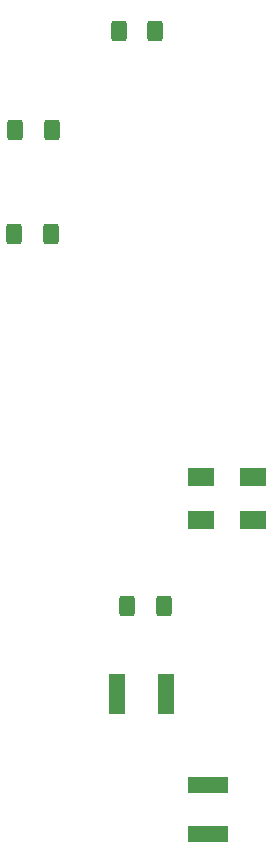
<source format=gbp>
%TF.GenerationSoftware,KiCad,Pcbnew,8.0.5*%
%TF.CreationDate,2024-12-19T23:12:18-05:00*%
%TF.ProjectId,LCC-Pico-Stepper_v2_4,4c43432d-5069-4636-9f2d-537465707065,rev?*%
%TF.SameCoordinates,Original*%
%TF.FileFunction,Paste,Bot*%
%TF.FilePolarity,Positive*%
%FSLAX46Y46*%
G04 Gerber Fmt 4.6, Leading zero omitted, Abs format (unit mm)*
G04 Created by KiCad (PCBNEW 8.0.5) date 2024-12-19 23:12:18*
%MOMM*%
%LPD*%
G01*
G04 APERTURE LIST*
G04 Aperture macros list*
%AMRoundRect*
0 Rectangle with rounded corners*
0 $1 Rounding radius*
0 $2 $3 $4 $5 $6 $7 $8 $9 X,Y pos of 4 corners*
0 Add a 4 corners polygon primitive as box body*
4,1,4,$2,$3,$4,$5,$6,$7,$8,$9,$2,$3,0*
0 Add four circle primitives for the rounded corners*
1,1,$1+$1,$2,$3*
1,1,$1+$1,$4,$5*
1,1,$1+$1,$6,$7*
1,1,$1+$1,$8,$9*
0 Add four rect primitives between the rounded corners*
20,1,$1+$1,$2,$3,$4,$5,0*
20,1,$1+$1,$4,$5,$6,$7,0*
20,1,$1+$1,$6,$7,$8,$9,0*
20,1,$1+$1,$8,$9,$2,$3,0*%
G04 Aperture macros list end*
%ADD10RoundRect,0.250000X-0.400000X-0.625000X0.400000X-0.625000X0.400000X0.625000X-0.400000X0.625000X0*%
%ADD11RoundRect,0.250000X0.400000X0.625000X-0.400000X0.625000X-0.400000X-0.625000X0.400000X-0.625000X0*%
%ADD12R,1.320000X3.430000*%
%ADD13R,2.300000X1.600000*%
%ADD14R,3.430000X1.320000*%
G04 APERTURE END LIST*
D10*
X108100000Y-75000000D03*
X111200000Y-75000000D03*
D11*
X120750000Y-106512500D03*
X117650000Y-106512500D03*
D10*
X108200000Y-66200000D03*
X111300000Y-66200000D03*
X116950000Y-57800000D03*
X120050000Y-57800000D03*
D12*
X120960000Y-113900000D03*
X116840000Y-113900000D03*
D13*
X128300000Y-95600000D03*
X123900000Y-95600000D03*
D14*
X124500000Y-121640000D03*
X124500000Y-125760000D03*
D13*
X128300000Y-99200000D03*
X123900000Y-99200000D03*
M02*

</source>
